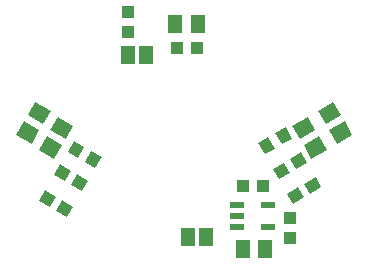
<source format=gbr>
G04 EAGLE Gerber RS-274X export*
G75*
%MOMM*%
%FSLAX34Y34*%
%LPD*%
%INSolderpaste Bottom*%
%IPPOS*%
%AMOC8*
5,1,8,0,0,1.08239X$1,22.5*%
G01*
%ADD10R,1.100000X1.000000*%
%ADD11R,1.300000X1.500000*%
%ADD12R,1.168400X1.600200*%
%ADD13R,1.000000X1.100000*%
%ADD14R,1.200000X0.550000*%


D10*
X322970Y713740D03*
X339970Y713740D03*
D11*
X321970Y734060D03*
X340970Y734060D03*
D10*
X281940Y743830D03*
X281940Y726830D03*
D12*
X297180Y707390D03*
X281940Y707390D03*
D13*
G36*
X406119Y628487D02*
X397459Y623487D01*
X391959Y633013D01*
X400619Y638013D01*
X406119Y628487D01*
G37*
G36*
X420841Y636987D02*
X412181Y631987D01*
X406681Y641513D01*
X415341Y646513D01*
X420841Y636987D01*
G37*
G36*
X250891Y626583D02*
X259551Y621583D01*
X254051Y612057D01*
X245391Y617057D01*
X250891Y626583D01*
G37*
G36*
X236169Y635083D02*
X244829Y630083D01*
X239329Y620557D01*
X230669Y625557D01*
X236169Y635083D01*
G37*
D10*
G36*
X419061Y619659D02*
X428587Y625159D01*
X433587Y616499D01*
X424061Y610999D01*
X419061Y619659D01*
G37*
G36*
X404339Y611159D02*
X413865Y616659D01*
X418865Y607999D01*
X409339Y602499D01*
X404339Y611159D01*
G37*
G36*
X226066Y584560D02*
X235592Y579060D01*
X230592Y570400D01*
X221066Y575900D01*
X226066Y584560D01*
G37*
G36*
X211344Y593060D02*
X220870Y587560D01*
X215870Y578900D01*
X206344Y584400D01*
X211344Y593060D01*
G37*
G36*
X431126Y598762D02*
X440652Y604262D01*
X445652Y595602D01*
X436126Y590102D01*
X431126Y598762D01*
G37*
G36*
X416404Y590262D02*
X425930Y595762D01*
X430930Y587102D01*
X421404Y581602D01*
X416404Y590262D01*
G37*
G36*
X238766Y606557D02*
X248292Y601057D01*
X243292Y592397D01*
X233766Y597897D01*
X238766Y606557D01*
G37*
G36*
X224044Y615057D02*
X233570Y609557D01*
X228570Y600897D01*
X219044Y606397D01*
X224044Y615057D01*
G37*
D11*
G36*
X215985Y643888D02*
X222485Y655146D01*
X235475Y647646D01*
X228975Y636388D01*
X215985Y643888D01*
G37*
G36*
X206485Y627434D02*
X212985Y638692D01*
X225975Y631192D01*
X219475Y619934D01*
X206485Y627434D01*
G37*
G36*
X196935Y656588D02*
X203435Y667846D01*
X216425Y660346D01*
X209925Y649088D01*
X196935Y656588D01*
G37*
G36*
X187435Y640134D02*
X193935Y651392D01*
X206925Y643892D01*
X200425Y632634D01*
X187435Y640134D01*
G37*
G36*
X443605Y638692D02*
X450105Y627434D01*
X437115Y619934D01*
X430615Y631192D01*
X443605Y638692D01*
G37*
G36*
X434105Y655146D02*
X440605Y643888D01*
X427615Y636388D01*
X421115Y647646D01*
X434105Y655146D01*
G37*
G36*
X465195Y651392D02*
X471695Y640134D01*
X458705Y632634D01*
X452205Y643892D01*
X465195Y651392D01*
G37*
G36*
X455695Y667846D02*
X462195Y656588D01*
X449205Y649088D01*
X442705Y660346D01*
X455695Y667846D01*
G37*
D14*
X374350Y562000D03*
X374350Y571500D03*
X374350Y581000D03*
X400350Y581000D03*
X400350Y562000D03*
D10*
X395850Y596900D03*
X378850Y596900D03*
D11*
X398120Y543560D03*
X379120Y543560D03*
D13*
X419100Y552840D03*
X419100Y569840D03*
D12*
X347980Y553720D03*
X332740Y553720D03*
M02*

</source>
